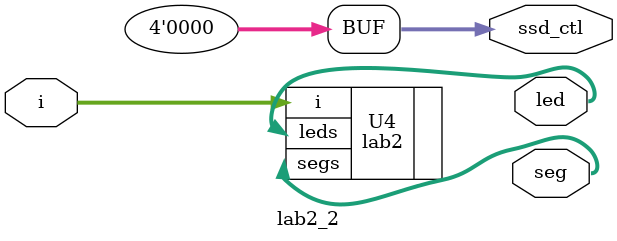
<source format=v>
module lab2_2(seg, led, i, ssd_ctl);
output [3:0] ssd_ctl;
output [7:0] seg;  
output [3:0] led;
input [3:0] i;

wire [3:0] ssd_ctl;

lab2 U4(.segs(seg),.i(i),.leds(led));

assign ssd_ctl = 4'b0000;

endmodule
</source>
